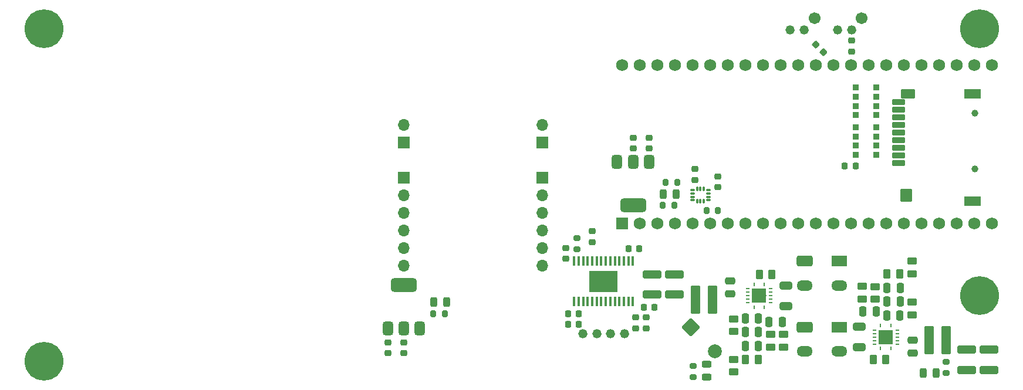
<source format=gbs>
%TF.GenerationSoftware,KiCad,Pcbnew,9.0.5*%
%TF.CreationDate,2026-01-21T19:05:34-06:00*%
%TF.ProjectId,Elysium_2026_ACB,456c7973-6975-46d5-9f32-3032365f4143,rev?*%
%TF.SameCoordinates,Original*%
%TF.FileFunction,Soldermask,Bot*%
%TF.FilePolarity,Negative*%
%FSLAX46Y46*%
G04 Gerber Fmt 4.6, Leading zero omitted, Abs format (unit mm)*
G04 Created by KiCad (PCBNEW 9.0.5) date 2026-01-21 19:05:34*
%MOMM*%
%LPD*%
G01*
G04 APERTURE LIST*
G04 Aperture macros list*
%AMRoundRect*
0 Rectangle with rounded corners*
0 $1 Rounding radius*
0 $2 $3 $4 $5 $6 $7 $8 $9 X,Y pos of 4 corners*
0 Add a 4 corners polygon primitive as box body*
4,1,4,$2,$3,$4,$5,$6,$7,$8,$9,$2,$3,0*
0 Add four circle primitives for the rounded corners*
1,1,$1+$1,$2,$3*
1,1,$1+$1,$4,$5*
1,1,$1+$1,$6,$7*
1,1,$1+$1,$8,$9*
0 Add four rect primitives between the rounded corners*
20,1,$1+$1,$2,$3,$4,$5,0*
20,1,$1+$1,$4,$5,$6,$7,0*
20,1,$1+$1,$6,$7,$8,$9,0*
20,1,$1+$1,$8,$9,$2,$3,0*%
G04 Aperture macros list end*
%ADD10C,3.600000*%
%ADD11C,5.600000*%
%ADD12O,1.700000X1.700000*%
%ADD13R,1.700000X1.700000*%
%ADD14RoundRect,0.250000X-1.060660X0.000000X0.000000X-1.060660X1.060660X0.000000X0.000000X1.060660X0*%
%ADD15C,2.000000*%
%ADD16R,2.300000X1.500000*%
%ADD17RoundRect,0.250001X-0.899999X0.499999X-0.899999X-0.499999X0.899999X-0.499999X0.899999X0.499999X0*%
%ADD18O,2.300000X1.500000*%
%ADD19RoundRect,0.102000X0.765000X-0.765000X0.765000X0.765000X-0.765000X0.765000X-0.765000X-0.765000X0*%
%ADD20C,1.734000*%
%ADD21C,1.320800*%
%ADD22C,1.701800*%
%ADD23R,0.900000X0.900000*%
%ADD24RoundRect,0.250000X0.250000X0.475000X-0.250000X0.475000X-0.250000X-0.475000X0.250000X-0.475000X0*%
%ADD25RoundRect,0.250000X-1.100000X0.325000X-1.100000X-0.325000X1.100000X-0.325000X1.100000X0.325000X0*%
%ADD26RoundRect,0.225000X0.225000X0.250000X-0.225000X0.250000X-0.225000X-0.250000X0.225000X-0.250000X0*%
%ADD27RoundRect,0.250000X0.450000X-0.262500X0.450000X0.262500X-0.450000X0.262500X-0.450000X-0.262500X0*%
%ADD28RoundRect,0.250000X-0.450000X0.262500X-0.450000X-0.262500X0.450000X-0.262500X0.450000X0.262500X0*%
%ADD29RoundRect,0.243750X-0.243750X-0.456250X0.243750X-0.456250X0.243750X0.456250X-0.243750X0.456250X0*%
%ADD30RoundRect,0.102000X-0.600000X1.900000X-0.600000X-1.900000X0.600000X-1.900000X0.600000X1.900000X0*%
%ADD31RoundRect,0.225000X0.250000X-0.225000X0.250000X0.225000X-0.250000X0.225000X-0.250000X-0.225000X0*%
%ADD32RoundRect,0.200000X0.275000X-0.200000X0.275000X0.200000X-0.275000X0.200000X-0.275000X-0.200000X0*%
%ADD33RoundRect,0.200000X0.200000X0.275000X-0.200000X0.275000X-0.200000X-0.275000X0.200000X-0.275000X0*%
%ADD34RoundRect,0.250000X-0.250000X-0.475000X0.250000X-0.475000X0.250000X0.475000X-0.250000X0.475000X0*%
%ADD35RoundRect,0.250000X0.262500X0.450000X-0.262500X0.450000X-0.262500X-0.450000X0.262500X-0.450000X0*%
%ADD36O,0.240000X0.599999*%
%ADD37O,0.599999X0.240000*%
%ADD38C,0.500000*%
%ADD39R,2.050001X2.050001*%
%ADD40RoundRect,0.250000X1.100000X-0.325000X1.100000X0.325000X-1.100000X0.325000X-1.100000X-0.325000X0*%
%ADD41R,0.355600X1.473200*%
%ADD42R,4.038600X3.098800*%
%ADD43RoundRect,0.225000X-0.250000X0.225000X-0.250000X-0.225000X0.250000X-0.225000X0.250000X0.225000X0*%
%ADD44RoundRect,0.250000X-0.650000X0.325000X-0.650000X-0.325000X0.650000X-0.325000X0.650000X0.325000X0*%
%ADD45RoundRect,0.243750X-0.456250X0.243750X-0.456250X-0.243750X0.456250X-0.243750X0.456250X0.243750X0*%
%ADD46RoundRect,0.250000X0.475000X-0.250000X0.475000X0.250000X-0.475000X0.250000X-0.475000X-0.250000X0*%
%ADD47RoundRect,0.250000X-0.262500X-0.450000X0.262500X-0.450000X0.262500X0.450000X-0.262500X0.450000X0*%
%ADD48RoundRect,0.250000X0.650000X-0.325000X0.650000X0.325000X-0.650000X0.325000X-0.650000X-0.325000X0*%
%ADD49RoundRect,0.375000X-0.375000X0.625000X-0.375000X-0.625000X0.375000X-0.625000X0.375000X0.625000X0*%
%ADD50RoundRect,0.500000X-1.400000X0.500000X-1.400000X-0.500000X1.400000X-0.500000X1.400000X0.500000X0*%
%ADD51C,1.000000*%
%ADD52RoundRect,0.102000X-0.800000X0.350000X-0.800000X-0.350000X0.800000X-0.350000X0.800000X0.350000X0*%
%ADD53RoundRect,0.102000X-0.900000X0.600000X-0.900000X-0.600000X0.900000X-0.600000X0.900000X0.600000X0*%
%ADD54RoundRect,0.102000X-0.750000X0.800000X-0.750000X-0.800000X0.750000X-0.800000X0.750000X0.800000X0*%
%ADD55RoundRect,0.102000X-1.100000X0.600000X-1.100000X-0.600000X1.100000X-0.600000X1.100000X0.600000X0*%
%ADD56RoundRect,0.225000X0.335876X0.017678X0.017678X0.335876X-0.335876X-0.017678X-0.017678X-0.335876X0*%
%ADD57RoundRect,0.375000X0.375000X-0.625000X0.375000X0.625000X-0.375000X0.625000X-0.375000X-0.625000X0*%
%ADD58RoundRect,0.500000X1.400000X-0.500000X1.400000X0.500000X-1.400000X0.500000X-1.400000X-0.500000X0*%
%ADD59RoundRect,0.087500X-0.225000X-0.087500X0.225000X-0.087500X0.225000X0.087500X-0.225000X0.087500X0*%
%ADD60RoundRect,0.087500X-0.087500X-0.225000X0.087500X-0.225000X0.087500X0.225000X-0.087500X0.225000X0*%
%ADD61RoundRect,0.250000X-0.475000X0.250000X-0.475000X-0.250000X0.475000X-0.250000X0.475000X0.250000X0*%
%ADD62RoundRect,0.200000X-0.200000X-0.275000X0.200000X-0.275000X0.200000X0.275000X-0.200000X0.275000X0*%
%ADD63RoundRect,0.102000X0.600000X-1.900000X0.600000X1.900000X-0.600000X1.900000X-0.600000X-1.900000X0*%
G04 APERTURE END LIST*
D10*
%TO.C,REF\u002A\u002A*%
X64000000Y-53500000D03*
D11*
X64000000Y-53500000D03*
%TD*%
D10*
%TO.C,REF\u002A\u002A*%
X64000000Y-101500000D03*
D11*
X64000000Y-101500000D03*
%TD*%
D12*
%TO.C,U13*%
X115950000Y-67360000D03*
D13*
X115950000Y-69900000D03*
X115920000Y-74990000D03*
D12*
X115920000Y-77530000D03*
X115920000Y-80070000D03*
X115920000Y-82610000D03*
X115920000Y-85150000D03*
X115920000Y-87690000D03*
X135900000Y-67400000D03*
D13*
X135900000Y-69940000D03*
X135940000Y-75020000D03*
D12*
X135940000Y-77560000D03*
X135940000Y-80100000D03*
X135940000Y-82640000D03*
X135940000Y-85180000D03*
X135940000Y-87720000D03*
%TD*%
D14*
%TO.C,C33*%
X157307233Y-96553546D03*
D15*
X160842767Y-100089080D03*
%TD*%
D10*
%TO.C,REF\u002A\u002A*%
X199000000Y-92000000D03*
D11*
X199000000Y-92000000D03*
%TD*%
D16*
%TO.C,J2*%
X178757500Y-96560000D03*
D17*
X173757500Y-96560000D03*
D18*
X178757500Y-100060000D03*
X173757500Y-100060000D03*
%TD*%
D16*
%TO.C,BT1*%
X178800000Y-87050000D03*
D17*
X173800000Y-87050000D03*
D18*
X178800000Y-90550000D03*
X173800000Y-90550000D03*
%TD*%
D19*
%TO.C,U15*%
X147460000Y-81560000D03*
D20*
X150000000Y-81560001D03*
X152540000Y-81560000D03*
X155080000Y-81560000D03*
X157620000Y-81560000D03*
X160159999Y-81560000D03*
X162700001Y-81560000D03*
X165240000Y-81560000D03*
X167780000Y-81560000D03*
X170320000Y-81560000D03*
X172860001Y-81560000D03*
X175400000Y-81560000D03*
X177940000Y-81560000D03*
X180480000Y-81560000D03*
X183019999Y-81560000D03*
X185560001Y-81560000D03*
X188100000Y-81560000D03*
X190640000Y-81560000D03*
X193180000Y-81560000D03*
X195720001Y-81560000D03*
X198260000Y-81560000D03*
X200800000Y-81560000D03*
X147460000Y-58700000D03*
X150000000Y-58699999D03*
X152540000Y-58700000D03*
X155080000Y-58700000D03*
X157620000Y-58700000D03*
X160159999Y-58700000D03*
X162700001Y-58700000D03*
X165240000Y-58700000D03*
X167780000Y-58700000D03*
X170320000Y-58700000D03*
X172860001Y-58700000D03*
X175400000Y-58700000D03*
X177940000Y-58700000D03*
X180480000Y-58700000D03*
X183019999Y-58700000D03*
X185560001Y-58700000D03*
X188100000Y-58700000D03*
X190640000Y-58700000D03*
X193180000Y-58700000D03*
X195720001Y-58700000D03*
X198260000Y-58700000D03*
X200800000Y-58700000D03*
%TD*%
D21*
%TO.C,J3*%
X180512750Y-53671150D03*
X178512749Y-53671150D03*
D22*
X182012750Y-51971150D03*
%TD*%
D21*
%TO.C,J1*%
X147768099Y-97504299D03*
X145768100Y-97504299D03*
X143768099Y-97504299D03*
X141768101Y-97504299D03*
%TD*%
D10*
%TO.C,REF\u002A\u002A*%
X199000000Y-53500000D03*
D11*
X199000000Y-53500000D03*
%TD*%
D21*
%TO.C,J4*%
X173662750Y-53671150D03*
X171662749Y-53671150D03*
D22*
X175162750Y-51971150D03*
%TD*%
D23*
%TO.C,RN1*%
X181100000Y-71700000D03*
X181100000Y-70360000D03*
X181100000Y-69040000D03*
X181100000Y-67700000D03*
X184100000Y-67700000D03*
X184100000Y-69040000D03*
X184100000Y-70360000D03*
X184100000Y-71700000D03*
%TD*%
D24*
%TO.C,C10*%
X184080793Y-94304958D03*
X182180795Y-94304958D03*
%TD*%
D25*
%TO.C,C21*%
X154998396Y-88932192D03*
X154998396Y-91882194D03*
%TD*%
D26*
%TO.C,C1*%
X141175000Y-96141998D03*
X139625000Y-96141998D03*
%TD*%
D27*
%TO.C,R5*%
X183930790Y-92529960D03*
X183930790Y-90704960D03*
%TD*%
D28*
%TO.C,R10*%
X168823396Y-97632194D03*
X168823396Y-99457194D03*
%TD*%
%TO.C,R24*%
X189230791Y-87029958D03*
X189230791Y-88854958D03*
%TD*%
D23*
%TO.C,RN2*%
X181100000Y-65960000D03*
X181100000Y-64620000D03*
X181100000Y-63300000D03*
X181100000Y-61960000D03*
X184100000Y-61960000D03*
X184100000Y-63300000D03*
X184100000Y-64620000D03*
X184100000Y-65960000D03*
%TD*%
D29*
%TO.C,D1*%
X120275000Y-92975000D03*
X122150002Y-92975000D03*
%TD*%
D26*
%TO.C,C87*%
X181100000Y-73300000D03*
X179550000Y-73300000D03*
%TD*%
D30*
%TO.C,L3*%
X191718292Y-98404959D03*
X194168292Y-98404959D03*
%TD*%
D31*
%TO.C,C38*%
X139274999Y-86667000D03*
X139274999Y-85117000D03*
%TD*%
D32*
%TO.C,R12*%
X157639340Y-103798226D03*
X157639340Y-102148226D03*
%TD*%
D33*
%TO.C,R14*%
X121850000Y-94650000D03*
X120200000Y-94650000D03*
%TD*%
D34*
%TO.C,C8*%
X185631665Y-90867419D03*
X187531663Y-90867419D03*
%TD*%
D35*
%TO.C,R8*%
X169048396Y-88982194D03*
X167223396Y-88982194D03*
%TD*%
D33*
%TO.C,R15*%
X154925000Y-79000000D03*
X153275000Y-79000000D03*
%TD*%
D36*
%TO.C,U2*%
X167948396Y-90382112D03*
D37*
X168848313Y-91032192D03*
X168848313Y-91532191D03*
X168848313Y-92032192D03*
X168848313Y-92532191D03*
X168848313Y-93032193D03*
D36*
X167948396Y-93682110D03*
X166448394Y-93682110D03*
D37*
X165548315Y-93032193D03*
X165548315Y-92532191D03*
X165548315Y-92032192D03*
X165548315Y-91532191D03*
X165548315Y-91032192D03*
D36*
X166448394Y-90382112D03*
D38*
X167973314Y-92032111D03*
D39*
X167198395Y-92032192D03*
D38*
X167198314Y-92807111D03*
X167198314Y-91257111D03*
X166423314Y-92032111D03*
%TD*%
D34*
%TO.C,C6*%
X185618332Y-94867417D03*
X187518330Y-94867417D03*
%TD*%
D40*
%TO.C,C9*%
X197130631Y-102760037D03*
X197130631Y-99810035D03*
%TD*%
D31*
%TO.C,C14*%
X149000000Y-70750000D03*
X149000000Y-69200000D03*
%TD*%
D41*
%TO.C,U10*%
X148975000Y-92867000D03*
X148324999Y-92867000D03*
X147675000Y-92867000D03*
X147024999Y-92867000D03*
X146375001Y-92867000D03*
X145724998Y-92867000D03*
X145075001Y-92866999D03*
X144425002Y-92867000D03*
X143775002Y-92867000D03*
X143125002Y-92867000D03*
X142475001Y-92867000D03*
X141825002Y-92867000D03*
X141175001Y-92867000D03*
X140525002Y-92867000D03*
X140525000Y-87025000D03*
X141175001Y-87025000D03*
X141825000Y-87025000D03*
X142475001Y-87025000D03*
X143124999Y-87025000D03*
X143775002Y-87025000D03*
X144424999Y-87025001D03*
X145075001Y-87025001D03*
X145724998Y-87025000D03*
X146375001Y-87025000D03*
X147024999Y-87025000D03*
X147675000Y-87025000D03*
X148324999Y-87025000D03*
X148975000Y-87025000D03*
D42*
X144750000Y-89946000D03*
%TD*%
D26*
%TO.C,C37*%
X149875000Y-85242000D03*
X148325000Y-85242000D03*
%TD*%
D43*
%TO.C,C40*%
X157900000Y-73750000D03*
X157900000Y-75300000D03*
%TD*%
D32*
%TO.C,R16*%
X140949999Y-85341997D03*
X140949999Y-83691997D03*
%TD*%
D43*
%TO.C,C34*%
X150900000Y-95175000D03*
X150900000Y-96725000D03*
%TD*%
D31*
%TO.C,C39*%
X143150004Y-84279500D03*
X143150004Y-82729500D03*
%TD*%
D40*
%TO.C,C7*%
X200330793Y-102754955D03*
X200330793Y-99804953D03*
%TD*%
D44*
%TO.C,C12*%
X171023398Y-90557190D03*
X171023398Y-93507192D03*
%TD*%
D24*
%TO.C,C18*%
X167098396Y-97282193D03*
X165198398Y-97282193D03*
%TD*%
D36*
%TO.C,U1*%
X184705707Y-99654958D03*
D37*
X183805790Y-99004878D03*
X183805790Y-98504879D03*
X183805790Y-98004878D03*
X183805790Y-97504879D03*
X183805790Y-97004877D03*
D36*
X184705707Y-96354960D03*
X186205709Y-96354960D03*
D37*
X187105788Y-97004877D03*
X187105788Y-97504879D03*
X187105788Y-98004878D03*
X187105788Y-98504879D03*
X187105788Y-99004878D03*
D36*
X186205709Y-99654958D03*
D38*
X184680789Y-98004959D03*
D39*
X185455708Y-98004878D03*
D38*
X185455789Y-97229959D03*
X185455789Y-98779959D03*
X186230789Y-98004959D03*
%TD*%
D34*
%TO.C,C3*%
X185625000Y-92867420D03*
X187524998Y-92867420D03*
%TD*%
D32*
%TO.C,R13*%
X194200000Y-103225000D03*
X194200000Y-101575000D03*
%TD*%
D45*
%TO.C,D3*%
X159588853Y-101911228D03*
X159588853Y-103786230D03*
%TD*%
D31*
%TO.C,C13*%
X151300000Y-70750000D03*
X151300000Y-69200000D03*
%TD*%
D46*
%TO.C,C17*%
X162998397Y-91782191D03*
X162998397Y-89882193D03*
%TD*%
D31*
%TO.C,C41*%
X161200000Y-76350000D03*
X161200000Y-74800000D03*
%TD*%
D26*
%TO.C,C36*%
X152100000Y-93700000D03*
X150550000Y-93700000D03*
%TD*%
D47*
%TO.C,R23*%
X183630791Y-101254958D03*
X185455791Y-101254958D03*
%TD*%
D48*
%TO.C,C11*%
X181648395Y-99432196D03*
X181648395Y-96482194D03*
%TD*%
D49*
%TO.C,U7*%
X146700000Y-72700001D03*
X149000000Y-72700002D03*
D50*
X149000000Y-79000000D03*
D49*
X151300000Y-72700001D03*
%TD*%
D35*
%TO.C,R25*%
X187480831Y-88867418D03*
X185655831Y-88867418D03*
%TD*%
D43*
%TO.C,C5*%
X115909987Y-98785000D03*
X115909987Y-100335000D03*
%TD*%
D51*
%TO.C,J8*%
X198337500Y-65699999D03*
X198337500Y-73700000D03*
D52*
X187337500Y-72900000D03*
X187337500Y-71800000D03*
X187337500Y-70700000D03*
X187337500Y-69599999D03*
X187337500Y-68500000D03*
X187337499Y-67400000D03*
X187337500Y-66300000D03*
X187337499Y-65200000D03*
X187337500Y-64100000D03*
D53*
X188637500Y-62900000D03*
D54*
X188387500Y-77500000D03*
D55*
X197937500Y-62900000D03*
X197937500Y-78400000D03*
%TD*%
D56*
%TO.C,R27*%
X176450000Y-56900000D03*
X175353984Y-55803984D03*
%TD*%
D28*
%TO.C,R11*%
X170723399Y-97632192D03*
X170723399Y-99457192D03*
%TD*%
D43*
%TO.C,C4*%
X113609987Y-98785000D03*
X113609987Y-100335000D03*
%TD*%
D27*
%TO.C,R22*%
X182030791Y-92504959D03*
X182030791Y-90679959D03*
%TD*%
D31*
%TO.C,R28*%
X180500000Y-56750000D03*
X180500000Y-55200000D03*
%TD*%
D27*
%TO.C,R6*%
X163498398Y-103032194D03*
X163498398Y-101207194D03*
%TD*%
D25*
%TO.C,C20*%
X151748396Y-88932192D03*
X151748396Y-91882194D03*
%TD*%
D26*
%TO.C,C35*%
X141174998Y-94667000D03*
X139624998Y-94667000D03*
%TD*%
D57*
%TO.C,U6*%
X118209987Y-96785000D03*
X115909987Y-96784999D03*
D58*
X115909987Y-90485001D03*
D57*
X113609987Y-96785000D03*
%TD*%
D33*
%TO.C,R30*%
X155350000Y-75650000D03*
X153700000Y-75650000D03*
%TD*%
D47*
%TO.C,R7*%
X165223396Y-101207192D03*
X167048396Y-101207192D03*
%TD*%
D43*
%TO.C,C32*%
X149400001Y-95174999D03*
X149400001Y-96724999D03*
%TD*%
D29*
%TO.C,D4*%
X190825000Y-103225000D03*
X192700002Y-103225000D03*
%TD*%
D34*
%TO.C,C15*%
X168623397Y-95857191D03*
X170523395Y-95857191D03*
%TD*%
D29*
%TO.C,D2*%
X153374998Y-77325000D03*
X155250000Y-77325000D03*
%TD*%
D59*
%TO.C,U12*%
X157564999Y-78250000D03*
X157565000Y-77750000D03*
X157565000Y-77250000D03*
X157564999Y-76750000D03*
D60*
X158227501Y-76587500D03*
X158727500Y-76587500D03*
X159227499Y-76587500D03*
D59*
X159890001Y-76750000D03*
X159890000Y-77250000D03*
X159890000Y-77750000D03*
X159890001Y-78250000D03*
D60*
X159227499Y-78412500D03*
X158727500Y-78412500D03*
X158227501Y-78412500D03*
%TD*%
D61*
%TO.C,C2*%
X189330792Y-98404957D03*
X189330792Y-100304955D03*
%TD*%
D62*
%TO.C,R29*%
X159600000Y-79750000D03*
X161250000Y-79750000D03*
%TD*%
D24*
%TO.C,C19*%
X167098395Y-95282191D03*
X165198397Y-95282191D03*
%TD*%
D27*
%TO.C,R4*%
X189280790Y-94804956D03*
X189280790Y-92979956D03*
%TD*%
D24*
%TO.C,C16*%
X167098397Y-99257191D03*
X165198399Y-99257191D03*
%TD*%
D63*
%TO.C,L1*%
X160462500Y-92600000D03*
X158012500Y-92600000D03*
%TD*%
D28*
%TO.C,R9*%
X163498398Y-95382194D03*
X163498398Y-97207194D03*
%TD*%
M02*

</source>
